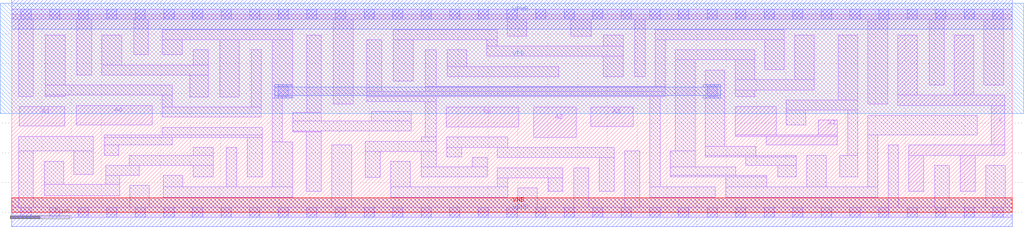
<source format=lef>
# Copyright 2020 The SkyWater PDK Authors
#
# Licensed under the Apache License, Version 2.0 (the "License");
# you may not use this file except in compliance with the License.
# You may obtain a copy of the License at
#
#     https://www.apache.org/licenses/LICENSE-2.0
#
# Unless required by applicable law or agreed to in writing, software
# distributed under the License is distributed on an "AS IS" BASIS,
# WITHOUT WARRANTIES OR CONDITIONS OF ANY KIND, either express or implied.
# See the License for the specific language governing permissions and
# limitations under the License.
#
# SPDX-License-Identifier: Apache-2.0

VERSION 5.7 ;
  NOWIREEXTENSIONATPIN ON ;
  DIVIDERCHAR "/" ;
  BUSBITCHARS "[]" ;
MACRO sky130_fd_sc_ls__mux4_4
  CLASS CORE ;
  FOREIGN sky130_fd_sc_ls__mux4_4 ;
  ORIGIN  0.000000  0.000000 ;
  SIZE  16.80000 BY  3.330000 ;
  SYMMETRY X Y ;
  SITE unit ;
  PIN A0
    ANTENNAGATEAREA  0.492000 ;
    DIRECTION INPUT ;
    USE SIGNAL ;
    PORT
      LAYER li1 ;
        RECT 1.085000 1.470000 2.355000 1.800000 ;
    END
  END A0
  PIN A1
    ANTENNAGATEAREA  0.492000 ;
    DIRECTION INPUT ;
    USE SIGNAL ;
    PORT
      LAYER li1 ;
        RECT 0.125000 1.450000 0.890000 1.780000 ;
    END
  END A1
  PIN A2
    ANTENNAGATEAREA  0.492000 ;
    DIRECTION INPUT ;
    USE SIGNAL ;
    PORT
      LAYER li1 ;
        RECT 8.765000 1.260000 9.475000 1.775000 ;
    END
  END A2
  PIN A3
    ANTENNAGATEAREA  0.492000 ;
    DIRECTION INPUT ;
    USE SIGNAL ;
    PORT
      LAYER li1 ;
        RECT 9.725000 1.445000 10.435000 1.775000 ;
    END
  END A3
  PIN S0
    ANTENNAGATEAREA  1.263000 ;
    DIRECTION INPUT ;
    USE SIGNAL ;
    PORT
      LAYER li1 ;
        RECT 7.295000 1.435000 8.515000 1.775000 ;
    END
  END S0
  PIN S1
    ANTENNAGATEAREA  0.771000 ;
    DIRECTION INPUT ;
    USE SIGNAL ;
    PORT
      LAYER li1 ;
        RECT 12.150000 1.275000 13.865000 1.300000 ;
        RECT 12.150000 1.300000 12.835000 1.780000 ;
        RECT 12.665000 1.130000 13.865000 1.275000 ;
        RECT 13.540000 1.300000 13.865000 1.550000 ;
    END
  END S1
  PIN VNB
    PORT
      LAYER pwell ;
        RECT 0.000000 0.000000 16.800000 0.245000 ;
    END
  END VNB
  PIN VPB
    PORT
      LAYER nwell ;
        RECT -0.190000 1.660000 16.990000 3.520000 ;
    END
  END VPB
  PIN X
    ANTENNADIFFAREA  1.086400 ;
    DIRECTION OUTPUT ;
    USE SIGNAL ;
    PORT
      LAYER li1 ;
        RECT 14.875000 1.800000 16.675000 1.970000 ;
        RECT 14.875000 1.970000 15.205000 2.980000 ;
        RECT 15.065000 0.350000 15.315000 0.960000 ;
        RECT 15.065000 0.960000 16.675000 1.130000 ;
        RECT 15.825000 1.970000 16.155000 2.980000 ;
        RECT 15.925000 0.350000 16.175000 0.960000 ;
        RECT 16.445000 1.130000 16.675000 1.800000 ;
    END
  END X
  PIN VGND
    DIRECTION INOUT ;
    SHAPE ABUTMENT ;
    USE GROUND ;
    PORT
      LAYER met1 ;
        RECT 0.000000 -0.245000 16.800000 0.245000 ;
    END
  END VGND
  PIN VPWR
    DIRECTION INOUT ;
    SHAPE ABUTMENT ;
    USE POWER ;
    PORT
      LAYER met1 ;
        RECT 0.000000 3.085000 16.800000 3.575000 ;
    END
  END VPWR
  OBS
    LAYER li1 ;
      RECT  0.000000 -0.085000 16.800000 0.085000 ;
      RECT  0.000000  3.245000 16.800000 3.415000 ;
      RECT  0.115000  0.085000  0.365000 1.030000 ;
      RECT  0.115000  1.030000  1.370000 1.280000 ;
      RECT  0.115000  1.950000  0.365000 3.245000 ;
      RECT  0.545000  0.275000  1.810000 0.470000 ;
      RECT  0.545000  0.470000  0.875000 0.860000 ;
      RECT  0.565000  1.950000  0.895000 1.970000 ;
      RECT  0.565000  1.970000  2.695000 2.140000 ;
      RECT  0.565000  2.140000  0.895000 2.980000 ;
      RECT  1.045000  0.640000  1.370000 1.030000 ;
      RECT  1.095000  2.310000  1.345000 3.245000 ;
      RECT  1.515000  2.310000  3.300000 2.480000 ;
      RECT  1.515000  2.480000  1.845000 2.980000 ;
      RECT  1.550000  0.960000  1.800000 1.130000 ;
      RECT  1.550000  1.130000  2.695000 1.260000 ;
      RECT  1.550000  1.260000  4.205000 1.300000 ;
      RECT  1.575000  0.470000  1.810000 0.620000 ;
      RECT  1.575000  0.620000  2.140000 0.790000 ;
      RECT  1.970000  0.790000  3.380000 0.960000 ;
      RECT  1.980000  0.085000  2.310000 0.450000 ;
      RECT  2.045000  2.650000  2.295000 3.245000 ;
      RECT  2.525000  1.300000  4.205000 1.430000 ;
      RECT  2.525000  1.600000  4.190000 1.770000 ;
      RECT  2.525000  1.770000  2.695000 1.970000 ;
      RECT  2.525000  2.650000  2.860000 2.905000 ;
      RECT  2.525000  2.905000  4.720000 3.075000 ;
      RECT  2.540000  0.255000  4.715000 0.425000 ;
      RECT  2.540000  0.425000  2.870000 0.620000 ;
      RECT  2.990000  1.940000  3.300000 2.310000 ;
      RECT  3.045000  2.480000  3.300000 2.735000 ;
      RECT  3.050000  0.595000  3.380000 0.790000 ;
      RECT  3.050000  0.960000  3.380000 1.090000 ;
      RECT  3.490000  1.940000  3.820000 2.905000 ;
      RECT  3.605000  0.425000  3.775000 1.090000 ;
      RECT  3.955000  0.595000  4.205000 1.260000 ;
      RECT  4.020000  1.770000  4.190000 2.735000 ;
      RECT  4.375000  0.425000  4.715000 1.180000 ;
      RECT  4.375000  1.180000  4.545000 1.920000 ;
      RECT  4.375000  1.920000  4.720000 2.905000 ;
      RECT  4.715000  1.350000  5.200000 1.365000 ;
      RECT  4.715000  1.365000  6.705000 1.535000 ;
      RECT  4.715000  1.535000  5.200000 1.680000 ;
      RECT  4.945000  0.350000  5.200000 1.350000 ;
      RECT  4.950000  1.680000  5.200000 2.980000 ;
      RECT  5.375000  0.085000  5.705000 1.130000 ;
      RECT  5.400000  1.820000  5.730000 3.245000 ;
      RECT  5.935000  0.585000  6.185000 1.025000 ;
      RECT  5.935000  1.025000  7.125000 1.195000 ;
      RECT  5.960000  1.865000  7.125000 1.945000 ;
      RECT  5.960000  1.945000 10.975000 2.035000 ;
      RECT  5.960000  2.035000  6.210000 2.905000 ;
      RECT  6.035000  1.535000  6.705000 1.695000 ;
      RECT  6.365000  0.255000  8.325000 0.425000 ;
      RECT  6.365000  0.425000  6.695000 0.855000 ;
      RECT  6.410000  2.205000  6.740000 2.905000 ;
      RECT  6.410000  2.905000  8.150000 3.075000 ;
      RECT  6.875000  0.595000  7.985000 0.765000 ;
      RECT  6.875000  0.765000  7.125000 1.025000 ;
      RECT  6.875000  1.195000  7.125000 1.265000 ;
      RECT  6.940000  1.265000  7.125000 1.865000 ;
      RECT  6.940000  2.035000 10.975000 2.115000 ;
      RECT  6.940000  2.115000  7.125000 2.735000 ;
      RECT  7.305000  0.935000  7.555000 1.095000 ;
      RECT  7.305000  1.095000  8.325000 1.265000 ;
      RECT  7.310000  2.285000  9.185000 2.455000 ;
      RECT  7.310000  2.455000  7.640000 2.735000 ;
      RECT  7.735000  0.765000  7.985000 0.925000 ;
      RECT  7.980000  2.625000 10.265000 2.795000 ;
      RECT  7.980000  2.795000  8.150000 2.905000 ;
      RECT  8.155000  0.425000  8.325000 0.580000 ;
      RECT  8.155000  0.580000  9.255000 0.750000 ;
      RECT  8.155000  0.920000 10.115000 1.090000 ;
      RECT  8.155000  1.090000  8.325000 1.095000 ;
      RECT  8.320000  2.965000  8.650000 3.245000 ;
      RECT  8.495000  0.085000  8.825000 0.410000 ;
      RECT  9.005000  0.350000  9.255000 0.580000 ;
      RECT  9.390000  2.965000  9.730000 3.245000 ;
      RECT  9.435000  0.085000  9.685000 0.750000 ;
      RECT  9.865000  0.350000 10.115000 0.920000 ;
      RECT  9.935000  2.285000 10.265000 2.625000 ;
      RECT  9.935000  2.795000 10.265000 2.980000 ;
      RECT 10.295000  0.085000 10.545000 1.030000 ;
      RECT 10.465000  2.285000 10.635000 3.245000 ;
      RECT 10.715000  0.255000 11.815000 0.425000 ;
      RECT 10.715000  0.425000 10.885000 1.945000 ;
      RECT 10.805000  2.115000 10.975000 2.905000 ;
      RECT 10.805000  2.905000 12.975000 3.075000 ;
      RECT 11.055000  0.595000 12.675000 0.620000 ;
      RECT 11.055000  0.620000 12.155000 0.765000 ;
      RECT 11.055000  0.765000 11.475000 1.030000 ;
      RECT 11.145000  1.030000 11.475000 2.565000 ;
      RECT 11.145000  2.565000 12.475000 2.735000 ;
      RECT 11.645000  0.935000 13.175000 0.960000 ;
      RECT 11.645000  0.960000 12.495000 1.105000 ;
      RECT 11.645000  1.105000 11.975000 2.395000 ;
      RECT 11.985000  0.255000 14.545000 0.425000 ;
      RECT 11.985000  0.425000 12.675000 0.595000 ;
      RECT 12.145000  1.950000 12.475000 2.060000 ;
      RECT 12.145000  2.060000 13.475000 2.230000 ;
      RECT 12.145000  2.230000 12.475000 2.565000 ;
      RECT 12.325000  0.790000 13.175000 0.935000 ;
      RECT 12.645000  2.400000 12.975000 2.905000 ;
      RECT 12.860000  0.595000 13.175000 0.790000 ;
      RECT 13.005000  1.470000 13.330000 1.720000 ;
      RECT 13.005000  1.720000 14.205000 1.890000 ;
      RECT 13.145000  2.230000 13.475000 2.980000 ;
      RECT 13.345000  0.425000 13.675000 0.960000 ;
      RECT 13.875000  1.890000 14.205000 2.980000 ;
      RECT 13.905000  0.595000 14.205000 0.960000 ;
      RECT 14.035000  0.960000 14.205000 1.720000 ;
      RECT 14.375000  0.425000 14.545000 1.300000 ;
      RECT 14.375000  1.300000 16.210000 1.630000 ;
      RECT 14.375000  1.820000 14.705000 3.245000 ;
      RECT 14.715000  0.085000 14.885000 1.130000 ;
      RECT 15.405000  2.140000 15.655000 3.245000 ;
      RECT 15.495000  0.085000 15.745000 0.790000 ;
      RECT 16.325000  2.140000 16.655000 3.245000 ;
      RECT 16.355000  0.085000 16.685000 0.790000 ;
    LAYER mcon ;
      RECT  0.155000 -0.085000  0.325000 0.085000 ;
      RECT  0.155000  3.245000  0.325000 3.415000 ;
      RECT  0.635000 -0.085000  0.805000 0.085000 ;
      RECT  0.635000  3.245000  0.805000 3.415000 ;
      RECT  1.115000 -0.085000  1.285000 0.085000 ;
      RECT  1.115000  3.245000  1.285000 3.415000 ;
      RECT  1.595000 -0.085000  1.765000 0.085000 ;
      RECT  1.595000  3.245000  1.765000 3.415000 ;
      RECT  2.075000 -0.085000  2.245000 0.085000 ;
      RECT  2.075000  3.245000  2.245000 3.415000 ;
      RECT  2.555000 -0.085000  2.725000 0.085000 ;
      RECT  2.555000  3.245000  2.725000 3.415000 ;
      RECT  3.035000 -0.085000  3.205000 0.085000 ;
      RECT  3.035000  3.245000  3.205000 3.415000 ;
      RECT  3.515000 -0.085000  3.685000 0.085000 ;
      RECT  3.515000  3.245000  3.685000 3.415000 ;
      RECT  3.995000 -0.085000  4.165000 0.085000 ;
      RECT  3.995000  3.245000  4.165000 3.415000 ;
      RECT  4.475000 -0.085000  4.645000 0.085000 ;
      RECT  4.475000  1.950000  4.645000 2.120000 ;
      RECT  4.475000  3.245000  4.645000 3.415000 ;
      RECT  4.955000 -0.085000  5.125000 0.085000 ;
      RECT  4.955000  3.245000  5.125000 3.415000 ;
      RECT  5.435000 -0.085000  5.605000 0.085000 ;
      RECT  5.435000  3.245000  5.605000 3.415000 ;
      RECT  5.915000 -0.085000  6.085000 0.085000 ;
      RECT  5.915000  3.245000  6.085000 3.415000 ;
      RECT  6.395000 -0.085000  6.565000 0.085000 ;
      RECT  6.395000  3.245000  6.565000 3.415000 ;
      RECT  6.875000 -0.085000  7.045000 0.085000 ;
      RECT  6.875000  3.245000  7.045000 3.415000 ;
      RECT  7.355000 -0.085000  7.525000 0.085000 ;
      RECT  7.355000  3.245000  7.525000 3.415000 ;
      RECT  7.835000 -0.085000  8.005000 0.085000 ;
      RECT  7.835000  3.245000  8.005000 3.415000 ;
      RECT  8.315000 -0.085000  8.485000 0.085000 ;
      RECT  8.315000  3.245000  8.485000 3.415000 ;
      RECT  8.795000 -0.085000  8.965000 0.085000 ;
      RECT  8.795000  3.245000  8.965000 3.415000 ;
      RECT  9.275000 -0.085000  9.445000 0.085000 ;
      RECT  9.275000  3.245000  9.445000 3.415000 ;
      RECT  9.755000 -0.085000  9.925000 0.085000 ;
      RECT  9.755000  3.245000  9.925000 3.415000 ;
      RECT 10.235000 -0.085000 10.405000 0.085000 ;
      RECT 10.235000  3.245000 10.405000 3.415000 ;
      RECT 10.715000 -0.085000 10.885000 0.085000 ;
      RECT 10.715000  3.245000 10.885000 3.415000 ;
      RECT 11.195000 -0.085000 11.365000 0.085000 ;
      RECT 11.195000  3.245000 11.365000 3.415000 ;
      RECT 11.675000 -0.085000 11.845000 0.085000 ;
      RECT 11.675000  1.950000 11.845000 2.120000 ;
      RECT 11.675000  3.245000 11.845000 3.415000 ;
      RECT 12.155000 -0.085000 12.325000 0.085000 ;
      RECT 12.155000  3.245000 12.325000 3.415000 ;
      RECT 12.635000 -0.085000 12.805000 0.085000 ;
      RECT 12.635000  3.245000 12.805000 3.415000 ;
      RECT 13.115000 -0.085000 13.285000 0.085000 ;
      RECT 13.115000  3.245000 13.285000 3.415000 ;
      RECT 13.595000 -0.085000 13.765000 0.085000 ;
      RECT 13.595000  3.245000 13.765000 3.415000 ;
      RECT 14.075000 -0.085000 14.245000 0.085000 ;
      RECT 14.075000  3.245000 14.245000 3.415000 ;
      RECT 14.555000 -0.085000 14.725000 0.085000 ;
      RECT 14.555000  3.245000 14.725000 3.415000 ;
      RECT 15.035000 -0.085000 15.205000 0.085000 ;
      RECT 15.035000  3.245000 15.205000 3.415000 ;
      RECT 15.515000 -0.085000 15.685000 0.085000 ;
      RECT 15.515000  3.245000 15.685000 3.415000 ;
      RECT 15.995000 -0.085000 16.165000 0.085000 ;
      RECT 15.995000  3.245000 16.165000 3.415000 ;
      RECT 16.475000 -0.085000 16.645000 0.085000 ;
      RECT 16.475000  3.245000 16.645000 3.415000 ;
    LAYER met1 ;
      RECT  4.415000 1.920000  4.705000 1.965000 ;
      RECT  4.415000 1.965000 11.905000 2.105000 ;
      RECT  4.415000 2.105000  4.705000 2.150000 ;
      RECT 11.615000 1.920000 11.905000 1.965000 ;
      RECT 11.615000 2.105000 11.905000 2.150000 ;
  END
END sky130_fd_sc_ls__mux4_4
END LIBRARY

</source>
